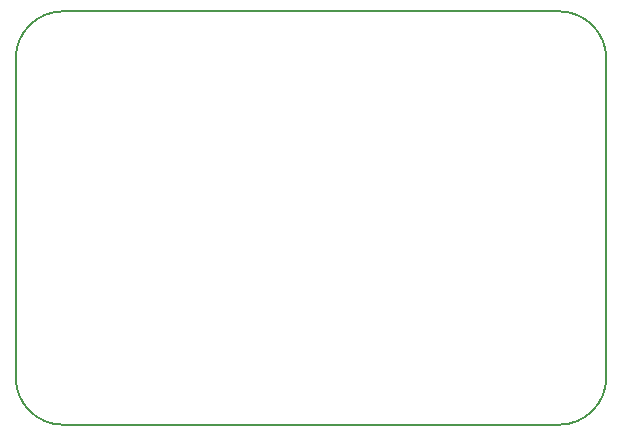
<source format=gm1>
G04 #@! TF.GenerationSoftware,KiCad,Pcbnew,(5.0.0)*
G04 #@! TF.CreationDate,2019-02-21T23:12:31-08:00*
G04 #@! TF.ProjectId,bms4_f051,626D73345F663035312E6B696361645F,rev?*
G04 #@! TF.SameCoordinates,Original*
G04 #@! TF.FileFunction,Profile,NP*
%FSLAX46Y46*%
G04 Gerber Fmt 4.6, Leading zero omitted, Abs format (unit mm)*
G04 Created by KiCad (PCBNEW (5.0.0)) date 02/21/19 23:12:31*
%MOMM*%
%LPD*%
G01*
G04 APERTURE LIST*
%ADD10C,0.150000*%
G04 APERTURE END LIST*
D10*
X104000000Y-135000000D02*
G75*
G02X100000000Y-131000000I0J4000000D01*
G01*
X100000000Y-104000000D02*
G75*
G02X104000000Y-100000000I4000000J0D01*
G01*
X146000000Y-100000000D02*
G75*
G02X150000000Y-104000000I0J-4000000D01*
G01*
X150000000Y-131000000D02*
G75*
G02X146000000Y-135000000I-4000000J0D01*
G01*
X100000000Y-131000000D02*
X100000000Y-104000000D01*
X146000000Y-135000000D02*
X104000000Y-135000000D01*
X150000000Y-104000000D02*
X150000000Y-131000000D01*
X104000000Y-100000000D02*
X146000000Y-100000000D01*
M02*

</source>
